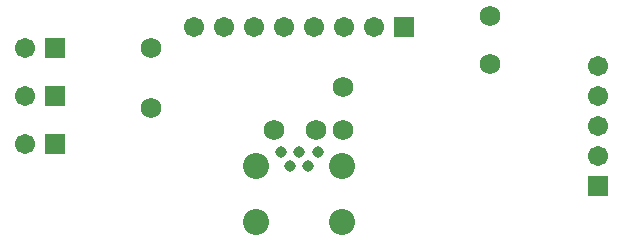
<source format=gts>
%FSDAX23Y23*%
%MOIN*%
%SFA1B1*%

%IPPOS*%
%ADD33C,0.068000*%
%ADD34R,0.067100X0.067100*%
%ADD35C,0.067100*%
%ADD36C,0.038400*%
%ADD37C,0.086700*%
%ADD38R,0.067100X0.067100*%
%LNde-080717-1*%
%LPD*%
G54D33*
X03830Y02835D03*
Y02635D03*
X04960Y02940D03*
Y02780D03*
X04470Y02705D03*
X04240Y02560D03*
X04470D03*
X04380D03*
G54D34*
X03510Y02515D03*
Y02675D03*
Y02835D03*
X04675Y02905D03*
G54D35*
X03410Y02515D03*
Y02675D03*
Y02835D03*
X05320Y02775D03*
Y02675D03*
Y02575D03*
Y02475D03*
X04575Y02905D03*
X04475D03*
X04375D03*
X04275D03*
X04175D03*
X04075D03*
X03975D03*
G54D36*
X04355Y02440D03*
X04295D03*
X04388Y02487D03*
X04325D03*
X04262D03*
G54D37*
X04468Y02253D03*
X04181D03*
X04468Y02440D03*
X04181D03*
G54D38*
X05320Y02375D03*
M02*
</source>
